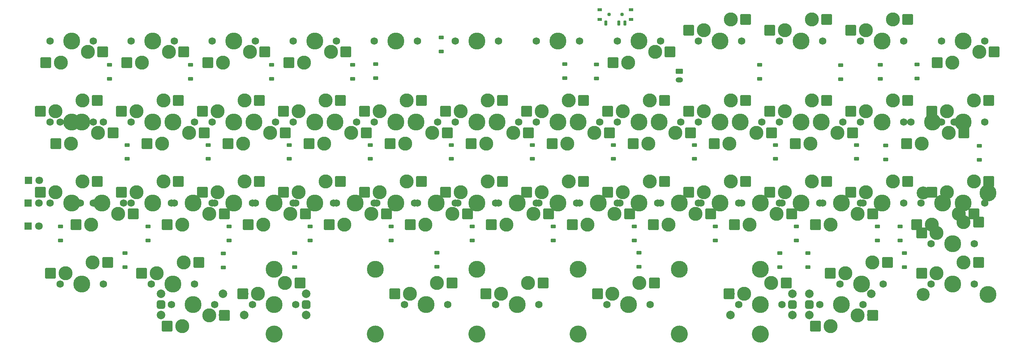
<source format=gbs>
G04 #@! TF.GenerationSoftware,KiCad,Pcbnew,7.0.11-7.0.11~ubuntu22.04.1*
G04 #@! TF.CreationDate,2024-06-29T22:10:39+02:00*
G04 #@! TF.ProjectId,vorona-pcb,766f726f-6e61-42d7-9063-622e6b696361,rev?*
G04 #@! TF.SameCoordinates,Original*
G04 #@! TF.FileFunction,Soldermask,Bot*
G04 #@! TF.FilePolarity,Negative*
%FSLAX46Y46*%
G04 Gerber Fmt 4.6, Leading zero omitted, Abs format (unit mm)*
G04 Created by KiCad (PCBNEW 7.0.11-7.0.11~ubuntu22.04.1) date 2024-06-29 22:10:39*
%MOMM*%
%LPD*%
G01*
G04 APERTURE LIST*
G04 Aperture macros list*
%AMRoundRect*
0 Rectangle with rounded corners*
0 $1 Rounding radius*
0 $2 $3 $4 $5 $6 $7 $8 $9 X,Y pos of 4 corners*
0 Add a 4 corners polygon primitive as box body*
4,1,4,$2,$3,$4,$5,$6,$7,$8,$9,$2,$3,0*
0 Add four circle primitives for the rounded corners*
1,1,$1+$1,$2,$3*
1,1,$1+$1,$4,$5*
1,1,$1+$1,$6,$7*
1,1,$1+$1,$8,$9*
0 Add four rect primitives between the rounded corners*
20,1,$1+$1,$2,$3,$4,$5,0*
20,1,$1+$1,$4,$5,$6,$7,0*
20,1,$1+$1,$6,$7,$8,$9,0*
20,1,$1+$1,$8,$9,$2,$3,0*%
G04 Aperture macros list end*
%ADD10C,1.750000*%
%ADD11C,3.987800*%
%ADD12C,3.300000*%
%ADD13RoundRect,0.250000X1.025000X1.000000X-1.025000X1.000000X-1.025000X-1.000000X1.025000X-1.000000X0*%
%ADD14R,1.800000X1.800000*%
%ADD15C,1.800000*%
%ADD16RoundRect,0.250000X-1.025000X-1.000000X1.025000X-1.000000X1.025000X1.000000X-1.025000X1.000000X0*%
%ADD17C,2.000000*%
%ADD18RoundRect,0.500000X-0.500000X-0.500000X0.500000X-0.500000X0.500000X0.500000X-0.500000X0.500000X0*%
%ADD19RoundRect,0.500000X0.500000X0.500000X-0.500000X0.500000X-0.500000X-0.500000X0.500000X-0.500000X0*%
%ADD20C,0.850000*%
%ADD21RoundRect,0.090000X-0.210000X-0.535000X0.210000X-0.535000X0.210000X0.535000X-0.210000X0.535000X0*%
%ADD22RoundRect,0.105000X-0.445000X0.245000X-0.445000X-0.245000X0.445000X-0.245000X0.445000X0.245000X0*%
%ADD23RoundRect,0.225000X-0.375000X0.225000X-0.375000X-0.225000X0.375000X-0.225000X0.375000X0.225000X0*%
%ADD24RoundRect,0.225000X0.375000X-0.225000X0.375000X0.225000X-0.375000X0.225000X-0.375000X-0.225000X0*%
%ADD25C,3.048000*%
%ADD26C,4.000000*%
%ADD27O,1.750000X1.200000*%
%ADD28RoundRect,0.250000X-0.625000X0.350000X-0.625000X-0.350000X0.625000X-0.350000X0.625000X0.350000X0*%
G04 APERTURE END LIST*
D10*
X246773750Y-82150000D03*
D11*
X241693750Y-82150000D03*
D10*
X236613750Y-82150000D03*
D12*
X237883750Y-79610000D03*
D13*
X234333750Y-79610000D03*
X247783750Y-77070000D03*
D12*
X244233750Y-77070000D03*
D10*
X246773750Y-91675000D03*
D11*
X241693750Y-91675000D03*
D10*
X236613750Y-91675000D03*
D12*
X237883750Y-89135000D03*
D13*
X234333750Y-89135000D03*
X247783750Y-86595000D03*
D12*
X244233750Y-86595000D03*
D14*
X24355000Y-78020000D03*
D15*
X26895000Y-78020000D03*
D14*
X24345000Y-72630000D03*
D15*
X26885000Y-72630000D03*
D14*
X24365000Y-67230000D03*
D15*
X26905000Y-67230000D03*
D10*
X210420000Y-96437500D03*
D11*
X215500000Y-96437500D03*
D10*
X220580000Y-96437500D03*
D12*
X219310000Y-98977500D03*
D16*
X222860000Y-98977500D03*
X209410000Y-101517500D03*
D12*
X212960000Y-101517500D03*
D10*
X144380000Y-96437500D03*
D11*
X139300000Y-96437500D03*
D10*
X134220000Y-96437500D03*
D12*
X135490000Y-93897500D03*
D13*
X131940000Y-93897500D03*
X145390000Y-91357500D03*
D12*
X141840000Y-91357500D03*
D10*
X58020000Y-96437500D03*
D11*
X63100000Y-96437500D03*
D10*
X68180000Y-96437500D03*
D12*
X66910000Y-98977500D03*
D16*
X70460000Y-98977500D03*
X57010000Y-101517500D03*
D12*
X60560000Y-101517500D03*
D10*
X201530000Y-96437500D03*
D11*
X196450000Y-96437500D03*
D10*
X191370000Y-96437500D03*
D12*
X192640000Y-93897500D03*
D13*
X189090000Y-93897500D03*
X202540000Y-91357500D03*
D12*
X198990000Y-91357500D03*
D10*
X170573750Y-96437500D03*
D11*
X165493750Y-96437500D03*
D10*
X160413750Y-96437500D03*
D12*
X161683750Y-93897500D03*
D13*
X158133750Y-93897500D03*
X171583750Y-91357500D03*
D12*
X168033750Y-91357500D03*
D10*
X122948750Y-96437500D03*
D11*
X117868750Y-96437500D03*
D10*
X112788750Y-96437500D03*
D12*
X114058750Y-93897500D03*
D13*
X110508750Y-93897500D03*
X123958750Y-91357500D03*
D12*
X120408750Y-91357500D03*
D10*
X87230000Y-96437500D03*
D11*
X82150000Y-96437500D03*
D10*
X77070000Y-96437500D03*
D12*
X78340000Y-93897500D03*
D13*
X74790000Y-93897500D03*
X88240000Y-91357500D03*
D12*
X84690000Y-91357500D03*
D10*
X225342500Y-91675000D03*
D11*
X220262500Y-91675000D03*
D10*
X215182500Y-91675000D03*
D12*
X216452500Y-89135000D03*
D13*
X212902500Y-89135000D03*
X226352500Y-86595000D03*
D12*
X222802500Y-86595000D03*
D10*
X63417500Y-91675000D03*
D11*
X58337500Y-91675000D03*
D10*
X53257500Y-91675000D03*
D12*
X54527500Y-89135000D03*
D13*
X50977500Y-89135000D03*
X64427500Y-86595000D03*
D12*
X60877500Y-86595000D03*
D10*
X41986250Y-91675000D03*
D11*
X36906250Y-91675000D03*
D10*
X31826250Y-91675000D03*
D12*
X33096250Y-89135000D03*
D13*
X29546250Y-89135000D03*
X42996250Y-86595000D03*
D12*
X39446250Y-86595000D03*
D10*
X234232500Y-72625000D03*
D11*
X239312500Y-72625000D03*
D10*
X244392500Y-72625000D03*
D12*
X243122500Y-75165000D03*
D16*
X246672500Y-75165000D03*
X233222500Y-77705000D03*
D12*
X236772500Y-77705000D03*
D10*
X210420000Y-72625000D03*
D11*
X215500000Y-72625000D03*
D10*
X220580000Y-72625000D03*
D12*
X219310000Y-75165000D03*
D16*
X222860000Y-75165000D03*
X209410000Y-77705000D03*
D12*
X212960000Y-77705000D03*
D10*
X191370000Y-72625000D03*
D11*
X196450000Y-72625000D03*
D10*
X201530000Y-72625000D03*
D12*
X200260000Y-75165000D03*
D16*
X203810000Y-75165000D03*
X190360000Y-77705000D03*
D12*
X193910000Y-77705000D03*
D10*
X172320000Y-72625000D03*
D11*
X177400000Y-72625000D03*
D10*
X182480000Y-72625000D03*
D12*
X181210000Y-75165000D03*
D16*
X184760000Y-75165000D03*
X171310000Y-77705000D03*
D12*
X174860000Y-77705000D03*
D10*
X153270000Y-72625000D03*
D11*
X158350000Y-72625000D03*
D10*
X163430000Y-72625000D03*
D12*
X162160000Y-75165000D03*
D16*
X165710000Y-75165000D03*
X152260000Y-77705000D03*
D12*
X155810000Y-77705000D03*
D10*
X134220000Y-72625000D03*
D11*
X139300000Y-72625000D03*
D10*
X144380000Y-72625000D03*
D12*
X143110000Y-75165000D03*
D16*
X146660000Y-75165000D03*
X133210000Y-77705000D03*
D12*
X136760000Y-77705000D03*
D10*
X115170000Y-72625000D03*
D11*
X120250000Y-72625000D03*
D10*
X125330000Y-72625000D03*
D12*
X124060000Y-75165000D03*
D16*
X127610000Y-75165000D03*
X114160000Y-77705000D03*
D12*
X117710000Y-77705000D03*
D10*
X96120000Y-72625000D03*
D11*
X101200000Y-72625000D03*
D10*
X106280000Y-72625000D03*
D12*
X105010000Y-75165000D03*
D16*
X108560000Y-75165000D03*
X95110000Y-77705000D03*
D12*
X98660000Y-77705000D03*
D10*
X77070000Y-72625000D03*
D11*
X82150000Y-72625000D03*
D10*
X87230000Y-72625000D03*
D12*
X85960000Y-75165000D03*
D16*
X89510000Y-75165000D03*
X76060000Y-77705000D03*
D12*
X79610000Y-77705000D03*
D10*
X58020000Y-72625000D03*
D11*
X63100000Y-72625000D03*
D10*
X68180000Y-72625000D03*
D12*
X66910000Y-75165000D03*
D16*
X70460000Y-75165000D03*
X57010000Y-77705000D03*
D12*
X60560000Y-77705000D03*
D10*
X36588750Y-72625000D03*
D11*
X41668750Y-72625000D03*
D10*
X46748750Y-72625000D03*
D12*
X45478750Y-75165000D03*
D16*
X49028750Y-75165000D03*
X35578750Y-77705000D03*
D12*
X39128750Y-77705000D03*
D10*
X249155000Y-72625000D03*
D11*
X244075000Y-72625000D03*
D10*
X238995000Y-72625000D03*
D12*
X240265000Y-70085000D03*
D13*
X236715000Y-70085000D03*
X250165000Y-67545000D03*
D12*
X246615000Y-67545000D03*
D10*
X230105000Y-72625000D03*
D11*
X225025000Y-72625000D03*
D10*
X219945000Y-72625000D03*
D12*
X221215000Y-70085000D03*
D13*
X217665000Y-70085000D03*
X231115000Y-67545000D03*
D12*
X227565000Y-67545000D03*
D10*
X211055000Y-72625000D03*
D11*
X205975000Y-72625000D03*
D10*
X200895000Y-72625000D03*
D12*
X202165000Y-70085000D03*
D13*
X198615000Y-70085000D03*
X212065000Y-67545000D03*
D12*
X208515000Y-67545000D03*
D10*
X192005000Y-72625000D03*
D11*
X186925000Y-72625000D03*
D10*
X181845000Y-72625000D03*
D12*
X183115000Y-70085000D03*
D13*
X179565000Y-70085000D03*
X193015000Y-67545000D03*
D12*
X189465000Y-67545000D03*
D10*
X172955000Y-72625000D03*
D11*
X167875000Y-72625000D03*
D10*
X162795000Y-72625000D03*
D12*
X164065000Y-70085000D03*
D13*
X160515000Y-70085000D03*
X173965000Y-67545000D03*
D12*
X170415000Y-67545000D03*
D10*
X153905000Y-72625000D03*
D11*
X148825000Y-72625000D03*
D10*
X143745000Y-72625000D03*
D12*
X145015000Y-70085000D03*
D13*
X141465000Y-70085000D03*
X154915000Y-67545000D03*
D12*
X151365000Y-67545000D03*
D10*
X134855000Y-72625000D03*
D11*
X129775000Y-72625000D03*
D10*
X124695000Y-72625000D03*
D12*
X125965000Y-70085000D03*
D13*
X122415000Y-70085000D03*
X135865000Y-67545000D03*
D12*
X132315000Y-67545000D03*
D10*
X115805000Y-72625000D03*
D11*
X110725000Y-72625000D03*
D10*
X105645000Y-72625000D03*
D12*
X106915000Y-70085000D03*
D13*
X103365000Y-70085000D03*
X116815000Y-67545000D03*
D12*
X113265000Y-67545000D03*
D10*
X96755000Y-72625000D03*
D11*
X91675000Y-72625000D03*
D10*
X86595000Y-72625000D03*
D12*
X87865000Y-70085000D03*
D13*
X84315000Y-70085000D03*
X97765000Y-67545000D03*
D12*
X94215000Y-67545000D03*
D10*
X77705000Y-72625000D03*
D11*
X72625000Y-72625000D03*
D10*
X67545000Y-72625000D03*
D12*
X68815000Y-70085000D03*
D13*
X65265000Y-70085000D03*
X78715000Y-67545000D03*
D12*
X75165000Y-67545000D03*
D10*
X58655000Y-72625000D03*
D11*
X53575000Y-72625000D03*
D10*
X48495000Y-72625000D03*
D12*
X49765000Y-70085000D03*
D13*
X46215000Y-70085000D03*
X59665000Y-67545000D03*
D12*
X56115000Y-67545000D03*
D10*
X39605000Y-72625000D03*
D11*
X34525000Y-72625000D03*
D10*
X29445000Y-72625000D03*
D12*
X30715000Y-70085000D03*
D13*
X27165000Y-70085000D03*
X40615000Y-67545000D03*
D12*
X37065000Y-67545000D03*
D10*
X231851250Y-53575000D03*
D11*
X236931250Y-53575000D03*
D10*
X242011250Y-53575000D03*
D12*
X240741250Y-56115000D03*
D16*
X244291250Y-56115000D03*
X230841250Y-58655000D03*
D12*
X234391250Y-58655000D03*
D10*
X205657500Y-53575000D03*
D11*
X210737500Y-53575000D03*
D10*
X215817500Y-53575000D03*
D12*
X214547500Y-56115000D03*
D16*
X218097500Y-56115000D03*
X204647500Y-58655000D03*
D12*
X208197500Y-58655000D03*
D10*
X186607500Y-53575000D03*
D11*
X191687500Y-53575000D03*
D10*
X196767500Y-53575000D03*
D12*
X195497500Y-56115000D03*
D16*
X199047500Y-56115000D03*
X185597500Y-58655000D03*
D12*
X189147500Y-58655000D03*
D10*
X167557500Y-53575000D03*
D11*
X172637500Y-53575000D03*
D10*
X177717500Y-53575000D03*
D12*
X176447500Y-56115000D03*
D16*
X179997500Y-56115000D03*
X166547500Y-58655000D03*
D12*
X170097500Y-58655000D03*
D10*
X148507500Y-53575000D03*
D11*
X153587500Y-53575000D03*
D10*
X158667500Y-53575000D03*
D12*
X157397500Y-56115000D03*
D16*
X160947500Y-56115000D03*
X147497500Y-58655000D03*
D12*
X151047500Y-58655000D03*
D10*
X129457500Y-53575000D03*
D11*
X134537500Y-53575000D03*
D10*
X139617500Y-53575000D03*
D12*
X138347500Y-56115000D03*
D16*
X141897500Y-56115000D03*
X128447500Y-58655000D03*
D12*
X131997500Y-58655000D03*
D10*
X110407500Y-53575000D03*
D11*
X115487500Y-53575000D03*
D10*
X120567500Y-53575000D03*
D12*
X119297500Y-56115000D03*
D16*
X122847500Y-56115000D03*
X109397500Y-58655000D03*
D12*
X112947500Y-58655000D03*
D10*
X91357500Y-53575000D03*
D11*
X96437500Y-53575000D03*
D10*
X101517500Y-53575000D03*
D12*
X100247500Y-56115000D03*
D16*
X103797500Y-56115000D03*
X90347500Y-58655000D03*
D12*
X93897500Y-58655000D03*
D10*
X72307500Y-53575000D03*
D11*
X77387500Y-53575000D03*
D10*
X82467500Y-53575000D03*
D12*
X81197500Y-56115000D03*
D16*
X84747500Y-56115000D03*
X71297500Y-58655000D03*
D12*
X74847500Y-58655000D03*
D10*
X53257500Y-53575000D03*
D11*
X58337500Y-53575000D03*
D10*
X63417500Y-53575000D03*
D12*
X62147500Y-56115000D03*
D16*
X65697500Y-56115000D03*
X52247500Y-58655000D03*
D12*
X55797500Y-58655000D03*
D10*
X31826250Y-53575000D03*
D11*
X36906250Y-53575000D03*
D10*
X41986250Y-53575000D03*
D12*
X40716250Y-56115000D03*
D16*
X44266250Y-56115000D03*
X30816250Y-58655000D03*
D12*
X34366250Y-58655000D03*
D10*
X249155000Y-53575000D03*
D11*
X244075000Y-53575000D03*
D10*
X238995000Y-53575000D03*
D12*
X240265000Y-51035000D03*
D13*
X236715000Y-51035000D03*
X250165000Y-48495000D03*
D12*
X246615000Y-48495000D03*
D10*
X230105000Y-53575000D03*
D11*
X225025000Y-53575000D03*
D10*
X219945000Y-53575000D03*
D12*
X221215000Y-51035000D03*
D13*
X217665000Y-51035000D03*
X231115000Y-48495000D03*
D12*
X227565000Y-48495000D03*
D10*
X211055000Y-53575000D03*
D11*
X205975000Y-53575000D03*
D10*
X200895000Y-53575000D03*
D12*
X202165000Y-51035000D03*
D13*
X198615000Y-51035000D03*
X212065000Y-48495000D03*
D12*
X208515000Y-48495000D03*
D10*
X192005000Y-53575000D03*
D11*
X186925000Y-53575000D03*
D10*
X181845000Y-53575000D03*
D12*
X183115000Y-51035000D03*
D13*
X179565000Y-51035000D03*
X193015000Y-48495000D03*
D12*
X189465000Y-48495000D03*
D10*
X172955000Y-53575000D03*
D11*
X167875000Y-53575000D03*
D10*
X162795000Y-53575000D03*
D12*
X164065000Y-51035000D03*
D13*
X160515000Y-51035000D03*
X173965000Y-48495000D03*
D12*
X170415000Y-48495000D03*
D10*
X153905000Y-53575000D03*
D11*
X148825000Y-53575000D03*
D10*
X143745000Y-53575000D03*
D12*
X145015000Y-51035000D03*
D13*
X141465000Y-51035000D03*
X154915000Y-48495000D03*
D12*
X151365000Y-48495000D03*
D10*
X134855000Y-53575000D03*
D11*
X129775000Y-53575000D03*
D10*
X124695000Y-53575000D03*
D12*
X125965000Y-51035000D03*
D13*
X122415000Y-51035000D03*
X135865000Y-48495000D03*
D12*
X132315000Y-48495000D03*
D10*
X115805000Y-53575000D03*
D11*
X110725000Y-53575000D03*
D10*
X105645000Y-53575000D03*
D12*
X106915000Y-51035000D03*
D13*
X103365000Y-51035000D03*
X116815000Y-48495000D03*
D12*
X113265000Y-48495000D03*
D10*
X96755000Y-53575000D03*
D11*
X91675000Y-53575000D03*
D10*
X86595000Y-53575000D03*
D12*
X87865000Y-51035000D03*
D13*
X84315000Y-51035000D03*
X97765000Y-48495000D03*
D12*
X94215000Y-48495000D03*
D10*
X77705000Y-53575000D03*
D11*
X72625000Y-53575000D03*
D10*
X67545000Y-53575000D03*
D12*
X68815000Y-51035000D03*
D13*
X65265000Y-51035000D03*
X78715000Y-48495000D03*
D12*
X75165000Y-48495000D03*
D10*
X58655000Y-53575000D03*
D11*
X53575000Y-53575000D03*
D10*
X48495000Y-53575000D03*
D12*
X49765000Y-51035000D03*
D13*
X46215000Y-51035000D03*
X59665000Y-48495000D03*
D12*
X56115000Y-48495000D03*
D10*
X39605000Y-53575000D03*
D11*
X34525000Y-53575000D03*
D10*
X29445000Y-53575000D03*
D12*
X30715000Y-51035000D03*
D13*
X27165000Y-51035000D03*
X40615000Y-48495000D03*
D12*
X37065000Y-48495000D03*
D10*
X238995000Y-34525000D03*
D11*
X244075000Y-34525000D03*
D10*
X249155000Y-34525000D03*
D12*
X247885000Y-37065000D03*
D16*
X251435000Y-37065000D03*
X237985000Y-39605000D03*
D12*
X241535000Y-39605000D03*
D10*
X230105000Y-34525000D03*
D11*
X225025000Y-34525000D03*
D10*
X219945000Y-34525000D03*
D12*
X221215000Y-31985000D03*
D13*
X217665000Y-31985000D03*
X231115000Y-29445000D03*
D12*
X227565000Y-29445000D03*
D10*
X211055000Y-34525000D03*
D11*
X205975000Y-34525000D03*
D10*
X200895000Y-34525000D03*
D12*
X202165000Y-31985000D03*
D13*
X198615000Y-31985000D03*
X212065000Y-29445000D03*
D12*
X208515000Y-29445000D03*
D10*
X192005000Y-34525000D03*
D11*
X186925000Y-34525000D03*
D10*
X181845000Y-34525000D03*
D12*
X183115000Y-31985000D03*
D13*
X179565000Y-31985000D03*
X193015000Y-29445000D03*
D12*
X189465000Y-29445000D03*
D10*
X162795000Y-34525000D03*
D11*
X167875000Y-34525000D03*
D10*
X172955000Y-34525000D03*
D12*
X171685000Y-37065000D03*
D16*
X175235000Y-37065000D03*
X161785000Y-39605000D03*
D12*
X165335000Y-39605000D03*
D10*
X86595000Y-34525000D03*
D11*
X91675000Y-34525000D03*
D10*
X96755000Y-34525000D03*
D12*
X95485000Y-37065000D03*
D16*
X99035000Y-37065000D03*
X85585000Y-39605000D03*
D12*
X89135000Y-39605000D03*
D10*
X67545000Y-34525000D03*
D11*
X72625000Y-34525000D03*
D10*
X77705000Y-34525000D03*
D12*
X76435000Y-37065000D03*
D16*
X79985000Y-37065000D03*
X66535000Y-39605000D03*
D12*
X70085000Y-39605000D03*
D10*
X48495000Y-34525000D03*
D11*
X53575000Y-34525000D03*
D10*
X58655000Y-34525000D03*
D12*
X57385000Y-37065000D03*
D16*
X60935000Y-37065000D03*
X47485000Y-39605000D03*
D12*
X51035000Y-39605000D03*
D10*
X29445000Y-34525000D03*
D11*
X34525000Y-34525000D03*
D10*
X39605000Y-34525000D03*
D12*
X38335000Y-37065000D03*
D16*
X41885000Y-37065000D03*
X28435000Y-39605000D03*
D12*
X31985000Y-39605000D03*
D17*
X208000000Y-98940000D03*
X208000000Y-93940000D03*
D18*
X208000000Y-96440000D03*
D17*
X222500000Y-93940000D03*
X222500000Y-98940000D03*
X203950000Y-98930000D03*
X203950000Y-93930000D03*
D19*
X203950000Y-96430000D03*
D17*
X189450000Y-98930000D03*
X189450000Y-93930000D03*
X89650000Y-93940000D03*
X89650000Y-98940000D03*
D19*
X89650000Y-96440000D03*
D17*
X75150000Y-98940000D03*
X75150000Y-93940000D03*
X55600000Y-93940000D03*
X55600000Y-98940000D03*
D18*
X55600000Y-96440000D03*
D17*
X70100000Y-93940000D03*
X70100000Y-98940000D03*
D20*
X163890000Y-28250000D03*
X160890000Y-28250000D03*
D21*
X160140000Y-30250000D03*
X164640000Y-30250000D03*
X163140000Y-30250000D03*
D22*
X166090000Y-29400000D03*
X166090000Y-27100000D03*
X158690000Y-29400000D03*
X158690000Y-27100000D03*
D23*
X201010000Y-84380000D03*
X201010000Y-87680000D03*
X167910000Y-84290000D03*
X167910000Y-87590000D03*
X120410000Y-84272500D03*
X120410000Y-87572500D03*
X86950000Y-84380000D03*
X86950000Y-87680000D03*
X230280000Y-84372500D03*
X230280000Y-87672500D03*
X207660000Y-84380000D03*
X207660000Y-87680000D03*
X70210000Y-84410000D03*
X70210000Y-87710000D03*
X47080000Y-84342500D03*
X47080000Y-87642500D03*
D24*
X229280000Y-81437500D03*
X229280000Y-78137500D03*
X223920000Y-81387500D03*
X223920000Y-78087500D03*
X204870000Y-81387500D03*
X204870000Y-78087500D03*
X185820000Y-81387500D03*
X185820000Y-78087500D03*
X166770000Y-81387500D03*
X166770000Y-78087500D03*
X147720000Y-81387500D03*
X147720000Y-78087500D03*
X128670000Y-81387500D03*
X128670000Y-78087500D03*
X109620000Y-81387500D03*
X109620000Y-78087500D03*
X90570000Y-81387500D03*
X90570000Y-78087500D03*
X71520000Y-81387500D03*
X71520000Y-78087500D03*
X52470000Y-81387500D03*
X52470000Y-78087500D03*
X31900000Y-81397500D03*
X31900000Y-78097500D03*
X247890000Y-62397500D03*
X247890000Y-59097500D03*
X225950000Y-62357500D03*
X225950000Y-59057500D03*
X219080000Y-62220000D03*
X219080000Y-58920000D03*
X200030000Y-62220000D03*
X200030000Y-58920000D03*
X180980000Y-62220000D03*
X180980000Y-58920000D03*
X161930000Y-62220000D03*
X161930000Y-58920000D03*
X142880000Y-62220000D03*
X142880000Y-58920000D03*
X123830000Y-62220000D03*
X123830000Y-58920000D03*
X104780000Y-62220000D03*
X104780000Y-58920000D03*
X85730000Y-62220000D03*
X85730000Y-58920000D03*
X66680000Y-62220000D03*
X66680000Y-58920000D03*
X47630000Y-62220000D03*
X47630000Y-58920000D03*
X233270000Y-43320000D03*
X233270000Y-40020000D03*
X224630000Y-43357500D03*
X224630000Y-40057500D03*
X215320000Y-43427500D03*
X215320000Y-40127500D03*
X196250000Y-43357500D03*
X196250000Y-40057500D03*
X157910000Y-43297500D03*
X157910000Y-39997500D03*
X150450000Y-43250000D03*
X150450000Y-39950000D03*
X121410000Y-36917500D03*
X121410000Y-33617500D03*
X106010000Y-43210000D03*
X106010000Y-39910000D03*
X100560000Y-43357500D03*
X100560000Y-40057500D03*
X81510000Y-43357500D03*
X81510000Y-40057500D03*
X62460000Y-43357500D03*
X62460000Y-40057500D03*
X43410000Y-43357500D03*
X43410000Y-40057500D03*
D10*
X153905000Y-34525000D03*
D11*
X148825000Y-34525000D03*
D10*
X143745000Y-34525000D03*
X134855000Y-34525000D03*
D11*
X129775000Y-34525000D03*
D10*
X124695000Y-34525000D03*
X105645000Y-34525000D03*
D11*
X110725000Y-34525000D03*
D10*
X115805000Y-34525000D03*
D25*
X234708750Y-70243750D03*
X234708750Y-94056250D03*
D11*
X249948750Y-70243750D03*
X249948750Y-94056250D03*
D26*
X196450000Y-103422500D03*
D11*
X196450000Y-88182500D03*
D26*
X82150000Y-103422500D03*
D11*
X82150000Y-88182500D03*
D26*
X177400000Y-103422500D03*
D11*
X177400000Y-88182500D03*
D26*
X153587500Y-103422500D03*
D11*
X153587500Y-88182500D03*
D26*
X129775000Y-103422500D03*
D11*
X129775000Y-88182500D03*
D26*
X105962500Y-103422500D03*
D11*
X105962500Y-88182500D03*
D27*
X177380000Y-43640000D03*
D28*
X177380000Y-41640000D03*
M02*

</source>
